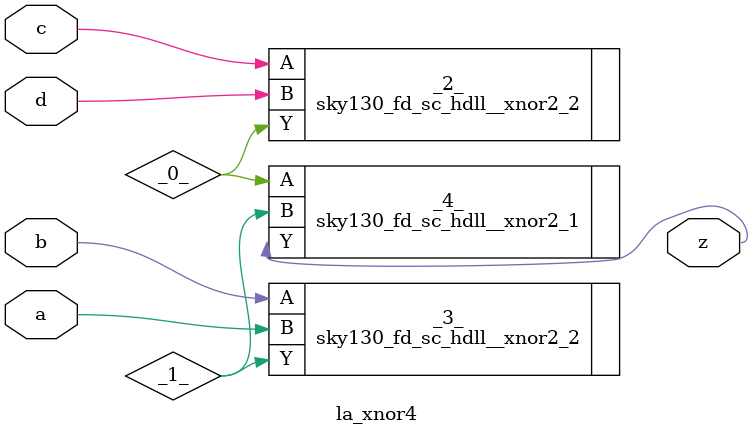
<source format=v>

/* Generated by Yosys 0.37 (git sha1 a5c7f69ed, clang 14.0.0-1ubuntu1.1 -fPIC -Os) */

module la_xnor4(a, b, c, d, z);
  wire _0_;
  wire _1_;
  input a;
  wire a;
  input b;
  wire b;
  input c;
  wire c;
  input d;
  wire d;
  output z;
  wire z;
  sky130_fd_sc_hdll__xnor2_2 _2_ (
    .A(c),
    .B(d),
    .Y(_0_)
  );
  sky130_fd_sc_hdll__xnor2_2 _3_ (
    .A(b),
    .B(a),
    .Y(_1_)
  );
  sky130_fd_sc_hdll__xnor2_1 _4_ (
    .A(_0_),
    .B(_1_),
    .Y(z)
  );
endmodule

</source>
